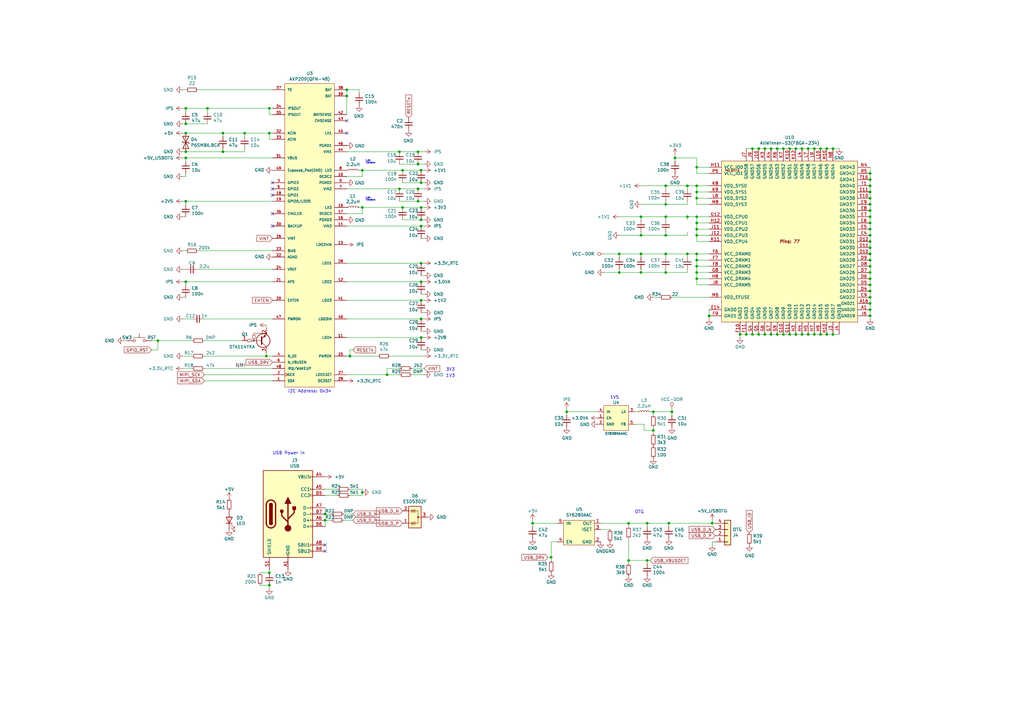
<source format=kicad_sch>
(kicad_sch (version 20230121) (generator eeschema)
  (paper "A3")
  (title_block (title "OtterCastAudioV2") (rev "1.0"))
  (junction (at 356.87 81.28))
  (junction (at 323.85 137.16))
  (junction (at 110.49 240.03))
  (junction (at 285.75 93.98))
  (junction (at 285.75 88.9))
  (junction (at 91.44 54.61))
  (junction (at 311.15 60.96))
  (junction (at 172.72 115.57))
  (junction (at 356.87 88.9))
  (junction (at 110.49 54.61))
  (junction (at 262.89 104.14))
  (junction (at 76.2 64.77))
  (junction (at 334.01 60.96))
  (junction (at 142.24 36.83))
  (junction (at 285.75 96.52))
  (junction (at 328.93 60.96))
  (junction (at 316.23 137.16))
  (junction (at 171.45 77.47))
  (junction (at 323.85 60.96))
  (junction (at 226.06 228.6))
  (junction (at 318.77 137.16))
  (junction (at 262.89 88.9))
  (junction (at 356.87 127))
  (junction (at 285.75 78.74))
  (junction (at 163.83 62.23))
  (junction (at 265.43 229.87))
  (junction (at 262.89 96.52))
  (junction (at 292.1 214.63))
  (junction (at 273.05 96.52))
  (junction (at 356.87 106.68))
  (junction (at 281.94 76.2))
  (junction (at 334.01 137.16))
  (junction (at 165.1 69.85))
  (junction (at 172.72 69.85))
  (junction (at 171.45 67.31))
  (junction (at 276.86 64.77))
  (junction (at 336.55 60.96))
  (junction (at 356.87 76.2))
  (junction (at 339.09 137.16))
  (junction (at 311.15 137.16))
  (junction (at 356.87 91.44))
  (junction (at 172.72 130.81))
  (junction (at 356.87 119.38))
  (junction (at 85.09 44.45))
  (junction (at 285.75 114.3))
  (junction (at 232.41 168.91))
  (junction (at 274.32 214.63))
  (junction (at 341.63 137.16))
  (junction (at 172.72 123.19))
  (junction (at 171.45 82.55))
  (junction (at 142.24 39.37))
  (junction (at 285.75 109.22))
  (junction (at 76.2 54.61))
  (junction (at 273.05 76.2))
  (junction (at 76.2 115.57))
  (junction (at 303.53 137.16))
  (junction (at 109.22 146.05))
  (junction (at 356.87 124.46))
  (junction (at 281.94 104.14))
  (junction (at 285.75 81.28))
  (junction (at 356.87 116.84))
  (junction (at 356.87 129.54))
  (junction (at 273.05 104.14))
  (junction (at 316.23 60.96))
  (junction (at 110.49 234.95))
  (junction (at 110.49 44.45))
  (junction (at 281.94 88.9))
  (junction (at 331.47 60.96))
  (junction (at 76.2 44.45))
  (junction (at 356.87 114.3))
  (junction (at 285.75 68.58))
  (junction (at 356.87 101.6))
  (junction (at 356.87 99.06))
  (junction (at 356.87 71.12))
  (junction (at 326.39 137.16))
  (junction (at 290.83 129.54))
  (junction (at 306.07 137.16))
  (junction (at 267.97 176.53))
  (junction (at 172.72 74.93))
  (junction (at 148.59 201.93))
  (junction (at 76.2 82.55))
  (junction (at 172.72 107.95))
  (junction (at 64.77 139.7))
  (junction (at 275.59 168.91))
  (junction (at 76.2 50.8))
  (junction (at 218.44 214.63))
  (junction (at 133.35 213.36))
  (junction (at 321.31 137.16))
  (junction (at 143.51 146.05))
  (junction (at 321.31 60.96))
  (junction (at 257.81 229.87))
  (junction (at 165.1 85.09))
  (junction (at 257.81 214.63))
  (junction (at 285.75 111.76))
  (junction (at 273.05 111.76))
  (junction (at 91.44 62.23))
  (junction (at 331.47 137.16))
  (junction (at 318.77 60.96))
  (junction (at 158.75 153.67))
  (junction (at 356.87 109.22))
  (junction (at 339.09 60.96))
  (junction (at 313.69 137.16))
  (junction (at 336.55 137.16))
  (junction (at 265.43 214.63))
  (junction (at 356.87 78.74))
  (junction (at 341.63 60.96))
  (junction (at 254 104.14))
  (junction (at 273.05 83.82))
  (junction (at 148.59 69.85))
  (junction (at 356.87 121.92))
  (junction (at 308.61 60.96))
  (junction (at 356.87 73.66))
  (junction (at 172.72 138.43))
  (junction (at 285.75 104.14))
  (junction (at 100.33 54.61))
  (junction (at 254 111.76))
  (junction (at 285.75 91.44))
  (junction (at 76.2 62.23))
  (junction (at 148.59 85.09))
  (junction (at 356.87 83.82))
  (junction (at 285.75 106.68))
  (junction (at 172.72 92.71))
  (junction (at 326.39 60.96))
  (junction (at 356.87 96.52))
  (junction (at 171.45 62.23))
  (junction (at 356.87 111.76))
  (junction (at 172.72 85.09))
  (junction (at 356.87 104.14))
  (junction (at 308.61 137.16))
  (junction (at 313.69 60.96))
  (junction (at 133.35 210.82))
  (junction (at 172.72 90.17))
  (junction (at 262.89 111.76))
  (junction (at 356.87 86.36))
  (junction (at 273.05 88.9))
  (junction (at 267.97 168.91))
  (junction (at 285.75 76.2))
  (junction (at 163.83 77.47))
  (junction (at 328.93 137.16))
  (junction (at 356.87 93.98))
  (no_connect (at 133.35 226.06))
  (no_connect (at 111.76 92.71))
  (no_connect (at 142.24 49.53))
  (no_connect (at 111.76 87.63))
  (no_connect (at 142.24 54.61))
  (no_connect (at 111.76 74.93))
  (no_connect (at 111.76 80.01))
  (no_connect (at 133.35 223.52))
  (no_connect (at 111.76 77.47))
  (wire (pts (xy 273.05 110.49) (xy 273.05 111.76)))
  (wire (pts (xy 336.55 60.96) (xy 339.09 60.96)))
  (wire (pts (xy 143.51 146.05) (xy 142.24 146.05)))
  (wire (pts (xy 285.75 71.12) (xy 290.83 71.12)))
  (wire (pts (xy 318.77 60.96) (xy 321.31 60.96)))
  (wire (pts (xy 173.99 135.89) (xy 172.72 135.89)))
  (wire (pts (xy 356.87 88.9) (xy 356.87 91.44)))
  (wire (pts (xy 83.82 146.05) (xy 109.22 146.05)))
  (wire (pts (xy 290.83 99.06) (xy 285.75 99.06)))
  (wire (pts (xy 76.2 44.45) (xy 85.09 44.45)))
  (wire (pts (xy 173.99 90.17) (xy 172.72 90.17)))
  (wire (pts (xy 276.86 63.5) (xy 276.86 64.77)))
  (wire (pts (xy 74.93 62.23) (xy 76.2 62.23)))
  (wire (pts (xy 78.74 139.7) (xy 64.77 139.7)))
  (wire (pts (xy 273.05 104.14) (xy 281.94 104.14)))
  (wire (pts (xy 74.93 110.49) (xy 76.2 110.49)))
  (wire (pts (xy 267.97 176.53) (xy 267.97 177.8)))
  (wire (pts (xy 318.77 137.16) (xy 316.23 137.16)))
  (wire (pts (xy 290.83 129.54) (xy 290.83 130.81)))
  (wire (pts (xy 292.1 214.63) (xy 274.32 214.63)))
  (wire (pts (xy 293.37 222.25) (xy 292.1 222.25)))
  (wire (pts (xy 172.72 115.57) (xy 173.99 115.57)))
  (wire (pts (xy 76.2 54.61) (xy 91.44 54.61)))
  (wire (pts (xy 91.44 60.96) (xy 91.44 62.23)))
  (wire (pts (xy 172.72 92.71) (xy 173.99 92.71)))
  (wire (pts (xy 247.65 104.14) (xy 254 104.14)))
  (wire (pts (xy 133.35 210.82) (xy 133.35 208.28)))
  (wire (pts (xy 83.82 156.21) (xy 111.76 156.21)))
  (wire (pts (xy 265.43 214.63) (xy 265.43 215.9)))
  (wire (pts (xy 91.44 54.61) (xy 100.33 54.61)))
  (wire (pts (xy 218.44 214.63) (xy 228.6 214.63)))
  (wire (pts (xy 356.87 106.68) (xy 356.87 109.22)))
  (wire (pts (xy 316.23 60.96) (xy 318.77 60.96)))
  (wire (pts (xy 91.44 62.23) (xy 76.2 62.23)))
  (wire (pts (xy 74.93 64.77) (xy 76.2 64.77)))
  (wire (pts (xy 285.75 83.82) (xy 290.83 83.82)))
  (wire (pts (xy 285.75 68.58) (xy 285.75 71.12)))
  (wire (pts (xy 171.45 62.23) (xy 173.99 62.23)))
  (wire (pts (xy 267.97 176.53) (xy 264.16 176.53)))
  (wire (pts (xy 254 88.9) (xy 262.89 88.9)))
  (wire (pts (xy 285.75 109.22) (xy 285.75 106.68)))
  (wire (pts (xy 148.59 87.63) (xy 148.59 85.09)))
  (wire (pts (xy 356.87 91.44) (xy 356.87 93.98)))
  (wire (pts (xy 76.2 54.61) (xy 74.93 54.61)))
  (wire (pts (xy 323.85 60.96) (xy 326.39 60.96)))
  (wire (pts (xy 148.59 201.93) (xy 148.59 203.2)))
  (wire (pts (xy 285.75 116.84) (xy 290.83 116.84)))
  (wire (pts (xy 356.87 68.58) (xy 356.87 71.12)))
  (wire (pts (xy 142.24 153.67) (xy 158.75 153.67)))
  (wire (pts (xy 173.99 74.93) (xy 172.72 74.93)))
  (wire (pts (xy 172.72 69.85) (xy 173.99 69.85)))
  (wire (pts (xy 144.78 210.82) (xy 140.97 210.82)))
  (wire (pts (xy 81.28 102.87) (xy 111.76 102.87)))
  (wire (pts (xy 109.22 144.78) (xy 109.22 146.05)))
  (wire (pts (xy 148.59 200.66) (xy 148.59 201.93)))
  (wire (pts (xy 85.09 45.72) (xy 85.09 44.45)))
  (wire (pts (xy 262.89 88.9) (xy 262.89 90.17)))
  (wire (pts (xy 356.87 76.2) (xy 356.87 78.74)))
  (wire (pts (xy 339.09 60.96) (xy 341.63 60.96)))
  (wire (pts (xy 341.63 137.16) (xy 344.17 137.16)))
  (wire (pts (xy 273.05 83.82) (xy 281.94 83.82)))
  (wire (pts (xy 262.89 110.49) (xy 262.89 111.76)))
  (wire (pts (xy 281.94 104.14) (xy 285.75 104.14)))
  (wire (pts (xy 274.32 214.63) (xy 274.32 215.9)))
  (wire (pts (xy 281.94 105.41) (xy 281.94 104.14)))
  (wire (pts (xy 265.43 229.87) (xy 266.7 229.87)))
  (wire (pts (xy 285.75 106.68) (xy 290.83 106.68)))
  (wire (pts (xy 262.89 88.9) (xy 273.05 88.9)))
  (wire (pts (xy 356.87 99.06) (xy 356.87 101.6)))
  (wire (pts (xy 281.94 88.9) (xy 285.75 88.9)))
  (wire (pts (xy 331.47 137.16) (xy 328.93 137.16)))
  (wire (pts (xy 172.72 74.93) (xy 165.1 74.93)))
  (wire (pts (xy 273.05 105.41) (xy 273.05 104.14)))
  (wire (pts (xy 232.41 168.91) (xy 245.11 168.91)))
  (wire (pts (xy 109.22 146.05) (xy 111.76 146.05)))
  (wire (pts (xy 254 110.49) (xy 254 111.76)))
  (wire (pts (xy 64.77 143.51) (xy 64.77 139.7)))
  (wire (pts (xy 163.83 82.55) (xy 171.45 82.55)))
  (wire (pts (xy 311.15 137.16) (xy 308.61 137.16)))
  (wire (pts (xy 356.87 81.28) (xy 356.87 83.82)))
  (wire (pts (xy 257.81 229.87) (xy 257.81 231.14)))
  (wire (pts (xy 142.24 39.37) (xy 142.24 46.99)))
  (wire (pts (xy 254 111.76) (xy 262.89 111.76)))
  (wire (pts (xy 76.2 82.55) (xy 111.76 82.55)))
  (wire (pts (xy 74.93 102.87) (xy 76.2 102.87)))
  (wire (pts (xy 262.89 95.25) (xy 262.89 96.52)))
  (wire (pts (xy 290.83 127) (xy 290.83 129.54)))
  (wire (pts (xy 323.85 137.16) (xy 321.31 137.16)))
  (wire (pts (xy 290.83 81.28) (xy 285.75 81.28)))
  (wire (pts (xy 292.1 214.63) (xy 292.1 213.36)))
  (wire (pts (xy 281.94 90.17) (xy 281.94 88.9)))
  (wire (pts (xy 306.07 60.96) (xy 308.61 60.96)))
  (wire (pts (xy 266.7 168.91) (xy 267.97 168.91)))
  (wire (pts (xy 285.75 106.68) (xy 285.75 104.14)))
  (wire (pts (xy 76.2 66.04) (xy 76.2 64.77)))
  (wire (pts (xy 165.1 85.09) (xy 172.72 85.09)))
  (wire (pts (xy 262.89 111.76) (xy 273.05 111.76)))
  (wire (pts (xy 356.87 111.76) (xy 356.87 114.3)))
  (wire (pts (xy 142.24 123.19) (xy 172.72 123.19)))
  (wire (pts (xy 334.01 137.16) (xy 331.47 137.16)))
  (wire (pts (xy 247.65 111.76) (xy 254 111.76)))
  (wire (pts (xy 264.16 176.53) (xy 264.16 173.99)))
  (wire (pts (xy 285.75 111.76) (xy 290.83 111.76)))
  (wire (pts (xy 273.05 90.17) (xy 273.05 88.9)))
  (wire (pts (xy 160.02 146.05) (xy 173.99 146.05)))
  (wire (pts (xy 267.97 121.92) (xy 270.51 121.92)))
  (wire (pts (xy 285.75 93.98) (xy 285.75 91.44)))
  (wire (pts (xy 285.75 111.76) (xy 285.75 109.22)))
  (wire (pts (xy 356.87 78.74) (xy 356.87 81.28)))
  (wire (pts (xy 172.72 138.43) (xy 173.99 138.43)))
  (wire (pts (xy 321.31 137.16) (xy 318.77 137.16)))
  (wire (pts (xy 50.8 139.7) (xy 52.07 139.7)))
  (wire (pts (xy 111.76 44.45) (xy 110.49 44.45)))
  (wire (pts (xy 74.93 72.39) (xy 76.2 72.39)))
  (wire (pts (xy 133.35 210.82) (xy 135.89 210.82)))
  (wire (pts (xy 262.89 104.14) (xy 273.05 104.14)))
  (wire (pts (xy 275.59 168.91) (xy 275.59 167.64)))
  (wire (pts (xy 275.59 170.18) (xy 275.59 168.91)))
  (wire (pts (xy 74.93 151.13) (xy 78.74 151.13)))
  (wire (pts (xy 148.59 69.85) (xy 165.1 69.85)))
  (wire (pts (xy 290.83 109.22) (xy 285.75 109.22)))
  (wire (pts (xy 64.77 139.7) (xy 62.23 139.7)))
  (wire (pts (xy 356.87 93.98) (xy 356.87 96.52)))
  (wire (pts (xy 148.59 203.2) (xy 143.51 203.2)))
  (wire (pts (xy 142.24 72.39) (xy 148.59 72.39)))
  (wire (pts (xy 74.93 82.55) (xy 76.2 82.55)))
  (wire (pts (xy 308.61 60.96) (xy 311.15 60.96)))
  (wire (pts (xy 171.45 67.31) (xy 173.99 67.31)))
  (wire (pts (xy 254 104.14) (xy 262.89 104.14)))
  (wire (pts (xy 356.87 109.22) (xy 356.87 111.76)))
  (wire (pts (xy 76.2 116.84) (xy 76.2 115.57)))
  (wire (pts (xy 356.87 86.36) (xy 356.87 88.9)))
  (wire (pts (xy 285.75 114.3) (xy 285.75 111.76)))
  (wire (pts (xy 142.24 115.57) (xy 172.72 115.57)))
  (wire (pts (xy 308.61 137.16) (xy 306.07 137.16)))
  (wire (pts (xy 168.91 153.67) (xy 173.99 153.67)))
  (wire (pts (xy 83.82 139.7) (xy 99.06 139.7)))
  (wire (pts (xy 172.72 130.81) (xy 173.99 130.81)))
  (wire (pts (xy 140.97 213.36) (xy 144.78 213.36)))
  (wire (pts (xy 172.72 85.09) (xy 173.99 85.09)))
  (wire (pts (xy 74.93 146.05) (xy 78.74 146.05)))
  (wire (pts (xy 267.97 175.26) (xy 267.97 176.53)))
  (wire (pts (xy 334.01 60.96) (xy 336.55 60.96)))
  (wire (pts (xy 273.05 77.47) (xy 273.05 76.2)))
  (wire (pts (xy 74.93 130.81) (xy 78.74 130.81)))
  (wire (pts (xy 293.37 214.63) (xy 292.1 214.63)))
  (wire (pts (xy 83.82 151.13) (xy 111.76 151.13)))
  (wire (pts (xy 172.72 90.17) (xy 165.1 90.17)))
  (wire (pts (xy 110.49 46.99) (xy 110.49 44.45)))
  (wire (pts (xy 257.81 229.87) (xy 265.43 229.87)))
  (wire (pts (xy 356.87 119.38) (xy 356.87 121.92)))
  (wire (pts (xy 226.06 228.6) (xy 226.06 229.87)))
  (wire (pts (xy 74.93 36.83) (xy 76.2 36.83)))
  (wire (pts (xy 148.59 69.85) (xy 147.32 69.85)))
  (wire (pts (xy 336.55 137.16) (xy 334.01 137.16)))
  (wire (pts (xy 142.24 77.47) (xy 163.83 77.47)))
  (wire (pts (xy 163.83 77.47) (xy 171.45 77.47)))
  (wire (pts (xy 276.86 64.77) (xy 285.75 64.77)))
  (wire (pts (xy 273.05 111.76) (xy 281.94 111.76)))
  (wire (pts (xy 328.93 60.96) (xy 331.47 60.96)))
  (wire (pts (xy 261.62 168.91) (xy 260.35 168.91)))
  (wire (pts (xy 228.6 222.25) (xy 226.06 222.25)))
  (wire (pts (xy 273.05 96.52) (xy 281.94 96.52)))
  (wire (pts (xy 158.75 151.13) (xy 158.75 153.67)))
  (wire (pts (xy 133.35 215.9) (xy 133.35 213.36)))
  (wire (pts (xy 356.87 116.84) (xy 356.87 119.38)))
  (wire (pts (xy 218.44 213.36) (xy 218.44 214.63)))
  (wire (pts (xy 168.91 151.13) (xy 173.99 151.13)))
  (wire (pts (xy 273.05 88.9) (xy 281.94 88.9)))
  (wire (pts (xy 356.87 101.6) (xy 356.87 104.14)))
  (wire (pts (xy 171.45 82.55) (xy 173.99 82.55)))
  (wire (pts (xy 356.87 83.82) (xy 356.87 86.36)))
  (wire (pts (xy 341.63 60.96) (xy 344.17 60.96)))
  (wire (pts (xy 85.09 44.45) (xy 110.49 44.45)))
  (wire (pts (xy 262.89 83.82) (xy 273.05 83.82)))
  (wire (pts (xy 281.94 95.25) (xy 281.94 96.52)))
  (wire (pts (xy 142.24 36.83) (xy 147.32 36.83)))
  (wire (pts (xy 254 96.52) (xy 262.89 96.52)))
  (wire (pts (xy 290.83 76.2) (xy 285.75 76.2)))
  (wire (pts (xy 356.87 127) (xy 356.87 129.54)))
  (wire (pts (xy 110.49 233.68) (xy 110.49 234.95)))
  (wire (pts (xy 281.94 82.55) (xy 281.94 83.82)))
  (wire (pts (xy 100.33 62.23) (xy 91.44 62.23)))
  (wire (pts (xy 285.75 99.06) (xy 285.75 96.52)))
  (wire (pts (xy 142.24 36.83) (xy 142.24 39.37)))
  (wire (pts (xy 313.69 60.96) (xy 316.23 60.96)))
  (wire (pts (xy 100.33 54.61) (xy 110.49 54.61)))
  (wire (pts (xy 173.99 97.79) (xy 172.72 97.79)))
  (wire (pts (xy 311.15 60.96) (xy 313.69 60.96)))
  (wire (pts (xy 110.49 57.15) (xy 110.49 54.61)))
  (wire (pts (xy 142.24 87.63) (xy 148.59 87.63)))
  (wire (pts (xy 110.49 234.95) (xy 106.68 234.95)))
  (wire (pts (xy 326.39 137.16) (xy 323.85 137.16)))
  (wire (pts (xy 148.59 85.09) (xy 147.32 85.09)))
  (wire (pts (xy 83.82 153.67) (xy 111.76 153.67)))
  (wire (pts (xy 341.63 137.16) (xy 339.09 137.16)))
  (wire (pts (xy 281.94 76.2) (xy 285.75 76.2)))
  (wire (pts (xy 246.38 214.63) (xy 257.81 214.63)))
  (wire (pts (xy 100.33 55.88) (xy 100.33 54.61)))
  (wire (pts (xy 110.49 241.3) (xy 110.49 240.03)))
  (wire (pts (xy 285.75 68.58) (xy 290.83 68.58)))
  (wire (pts (xy 143.51 200.66) (xy 148.59 200.66)))
  (wire (pts (xy 76.2 50.8) (xy 85.09 50.8)))
  (wire (pts (xy 224.79 228.6) (xy 226.06 228.6)))
  (wire (pts (xy 264.16 173.99) (xy 260.35 173.99)))
  (wire (pts (xy 257.81 214.63) (xy 265.43 214.63)))
  (wire (pts (xy 148.59 85.09) (xy 165.1 85.09)))
  (wire (pts (xy 142.24 107.95) (xy 172.72 107.95)))
  (wire (pts (xy 285.75 64.77) (xy 285.75 68.58)))
  (wire (pts (xy 285.75 96.52) (xy 290.83 96.52)))
  (wire (pts (xy 74.93 121.92) (xy 76.2 121.92)))
  (wire (pts (xy 81.28 36.83) (xy 111.76 36.83)))
  (wire (pts (xy 328.93 137.16) (xy 326.39 137.16)))
  (wire (pts (xy 285.75 116.84) (xy 285.75 114.3)))
  (wire (pts (xy 163.83 151.13) (xy 158.75 151.13)))
  (wire (pts (xy 356.87 121.92) (xy 356.87 124.46)))
  (wire (pts (xy 163.83 67.31) (xy 171.45 67.31)))
  (wire (pts (xy 148.59 72.39) (xy 148.59 69.85)))
  (wire (pts (xy 285.75 88.9) (xy 285.75 91.44)))
  (wire (pts (xy 142.24 62.23) (xy 163.83 62.23)))
  (wire (pts (xy 111.76 57.15) (xy 110.49 57.15)))
  (wire (pts (xy 273.05 76.2) (xy 281.94 76.2)))
  (wire (pts (xy 109.22 133.35) (xy 109.22 134.62)))
  (wire (pts (xy 81.28 110.49) (xy 111.76 110.49)))
  (wire (pts (xy 339.09 137.16) (xy 336.55 137.16)))
  (wire (pts (xy 285.75 91.44) (xy 290.83 91.44)))
  (wire (pts (xy 110.49 54.61) (xy 111.76 54.61)))
  (wire (pts (xy 76.2 44.45) (xy 74.93 44.45)))
  (wire (pts (xy 276.86 66.04) (xy 276.86 64.77)))
  (wire (pts (xy 321.31 60.96) (xy 323.85 60.96)))
  (wire (pts (xy 290.83 114.3) (xy 285.75 114.3)))
  (wire (pts (xy 257.81 214.63) (xy 257.81 215.9)))
  (wire (pts (xy 62.23 143.51) (xy 64.77 143.51)))
  (wire (pts (xy 142.24 138.43) (xy 172.72 138.43)))
  (wire (pts (xy 171.45 77.47) (xy 173.99 77.47)))
  (wire (pts (xy 76.2 83.82) (xy 76.2 82.55)))
  (wire (pts (xy 285.75 93.98) (xy 285.75 96.52)))
  (wire (pts (xy 218.44 215.9) (xy 218.44 214.63)))
  (wire (pts (xy 356.87 124.46) (xy 356.87 127)))
  (wire (pts (xy 226.06 222.25) (xy 226.06 228.6)))
  (wire (pts (xy 285.75 81.28) (xy 285.75 83.82)))
  (wire (pts (xy 285.75 104.14) (xy 290.83 104.14)))
  (wire (pts (xy 285.75 78.74) (xy 285.75 81.28)))
  (wire (pts (xy 173.99 113.03) (xy 172.72 113.03)))
  (wire (pts (xy 316.23 137.16) (xy 313.69 137.16)))
  (wire (pts (xy 138.43 203.2) (xy 133.35 203.2)))
  (wire (pts (xy 281.94 77.47) (xy 281.94 76.2)))
  (wire (pts (xy 147.32 36.83) (xy 147.32 38.1)))
  (wire (pts (xy 91.44 55.88) (xy 91.44 54.61)))
  (wire (pts (xy 254 105.41) (xy 254 104.14)))
  (wire (pts (xy 76.2 45.72) (xy 76.2 44.45)))
  (wire (pts (xy 290.83 93.98) (xy 285.75 93.98)))
  (wire (pts (xy 232.41 167.64) (xy 232.41 168.91)))
  (wire (pts (xy 273.05 95.25) (xy 273.05 96.52)))
  (wire (pts (xy 135.89 213.36) (xy 133.35 213.36)))
  (wire (pts (xy 356.87 129.54) (xy 356.87 130.81)))
  (wire (pts (xy 267.97 168.91) (xy 275.59 168.91)))
  (wire (pts (xy 163.83 153.67) (xy 158.75 153.67)))
  (wire (pts (xy 100.33 60.96) (xy 100.33 62.23)))
  (wire (pts (xy 172.72 107.95) (xy 173.99 107.95)))
  (wire (pts (xy 154.94 146.05) (xy 143.51 146.05)))
  (wire (pts (xy 76.2 64.77) (xy 111.76 64.77)))
  (wire (pts (xy 292.1 222.25) (xy 292.1 223.52)))
  (wire (pts (xy 262.89 105.41) (xy 262.89 104.14)))
  (wire (pts (xy 173.99 120.65) (xy 172.72 120.65)))
  (wire (pts (xy 74.93 50.8) (xy 76.2 50.8)))
  (wire (pts (xy 262.89 76.2) (xy 273.05 76.2)))
  (wire (pts (xy 106.68 240.03) (xy 110.49 240.03)))
  (wire (pts (xy 326.39 60.96) (xy 328.93 60.96)))
  (wire (pts (xy 265.43 214.63) (xy 274.32 214.63)))
  (wire (pts (xy 172.72 123.19) (xy 173.99 123.19)))
  (wire (pts (xy 76.2 115.57) (xy 111.76 115.57)))
  (wire (pts (xy 133.35 200.66) (xy 138.43 200.66)))
  (wire (pts (xy 273.05 82.55) (xy 273.05 83.82)))
  (wire (pts (xy 262.89 96.52) (xy 273.05 96.52)))
  (wire (pts (xy 173.99 128.27) (xy 172.72 128.27)))
  (wire (pts (xy 142.24 92.71) (xy 172.72 92.71)))
  (wire (pts (xy 265.43 229.87) (xy 265.43 231.14)))
  (wire (pts (xy 356.87 104.14) (xy 356.87 106.68)))
  (wire (pts (xy 331.47 60.96) (xy 334.01 60.96)))
  (wire (pts (xy 356.87 114.3) (xy 356.87 116.84)))
  (wire (pts (xy 165.1 69.85) (xy 172.72 69.85)))
  (wire (pts (xy 281.94 110.49) (xy 281.94 111.76)))
  (wire (pts (xy 290.83 78.74) (xy 285.75 78.74)))
  (wire (pts (xy 74.93 88.9) (xy 76.2 88.9)))
  (wire (pts (xy 143.51 143.51) (xy 143.51 146.05)))
  (wire (pts (xy 142.24 130.81) (xy 172.72 130.81)))
  (wire (pts (xy 306.07 137.16) (xy 303.53 137.16)))
  (wire (pts (xy 76.2 72.39) (xy 76.2 71.12)))
  (wire (pts (xy 111.76 46.99) (xy 110.49 46.99)))
  (wire (pts (xy 356.87 73.66) (xy 356.87 76.2)))
  (wire (pts (xy 163.83 62.23) (xy 171.45 62.23)))
  (wire (pts (xy 232.41 168.91) (xy 232.41 170.18)))
  (wire (pts (xy 356.87 96.52) (xy 356.87 99.06)))
  (wire (pts (xy 303.53 138.43) (xy 303.53 137.16)))
  (wire (pts (xy 74.93 115.57) (xy 76.2 115.57)))
  (wire (pts (xy 313.69 137.16) (xy 311.15 137.16)))
  (wire (pts (xy 356.87 71.12) (xy 356.87 73.66)))
  (wire (pts (xy 285.75 88.9) (xy 290.83 88.9)))
  (wire (pts (xy 83.82 130.81) (xy 111.76 130.81)))
  (wire (pts (xy 275.59 121.92) (xy 290.83 121.92)))
  (wire (pts (xy 257.81 220.98) (xy 257.81 229.87)))
  (wire (pts (xy 144.78 143.51) (xy 143.51 143.51)))
  (wire (pts (xy 285.75 76.2) (xy 285.75 78.74)))
  (wire (pts (xy 173.99 143.51) (xy 172.72 143.51)))
  (wire (pts (xy 267.97 168.91) (xy 267.97 170.18)))
  (wire (pts (xy 250.19 217.17) (xy 246.38 217.17)))
  (text "1.5A\n72mOhm\n" (at 149.86 67.31 0) (effects (font (size 0.6096 0.6096)) (justify left bottom)))
  (text "1.5A\n72mOhm\n" (at 149.86 82.55 0) (effects (font (size 0.6096 0.6096)) (justify left bottom)))
  (text "1V3\n" (at 182.88 154.94 0) (effects (font (size 1.27 1.27)) (justify left bottom)))
  (text "USB Power in" (at 111.76 186.69 0) (effects (font (size 1.27 1.27)) (justify left bottom)))
  (text "OTG\n" (at 260.35 210.82 0) (effects (font (size 1.27 1.27)) (justify left bottom)))
  (text "1V5\n" (at 250.19 163.83 0) (effects (font (size 1.27 1.27)) (justify left bottom)))
  (text "I2C Address: 0x34" (at 118.11 161.29 0) (effects (font (size 1.27 1.27)) (justify left bottom)))
  (text "3V3\n" (at 182.88 152.4 0) (effects (font (size 1.27 1.27)) (justify left bottom)))
  (label "NMI" (at 96.52 151.13 0) (effects (font (size 1.524 1.524))))
  (global_label "USB_D_P" (shape input) (at 165.1 214.63 180) (property "Intersheetrefs" "${INTERSHEET_REFS}" (effects hide)))
  (global_label "EXTEN" (shape input) (at 111.76 123.19 180) (property "Intersheetrefs" "${INTERSHEET_REFS}" (effects hide)))
  (global_label "GPIO_RST" (shape input) (at 62.23 143.51 180) (property "Intersheetrefs" "${INTERSHEET_REFS}" (effects hide)))
  (global_label "USB_ID" (shape input) (at 307.34 218.44 90) (property "Intersheetrefs" "${INTERSHEET_REFS}" (effects hide)))
  (global_label "USB_D_P" (shape input) (at 144.78 213.36 0) (property "Intersheetrefs" "${INTERSHEET_REFS}" (effects hide)))
  (global_label "RESETn" (shape input) (at 167.64 48.26 90) (property "Intersheetrefs" "${INTERSHEET_REFS}" (effects hide)))
  (global_label "USB_D_N" (shape input) (at 293.37 217.17 180) (property "Intersheetrefs" "${INTERSHEET_REFS}" (effects hide)))
  (global_label "RESETn" (shape input) (at 144.78 143.51 0) (property "Intersheetrefs" "${INTERSHEET_REFS}" (effects hide)))
  (global_label "USB_D_N" (shape input) (at 165.1 209.55 180) (property "Intersheetrefs" "${INTERSHEET_REFS}" (effects hide)))
  (global_label "USB_DRV" (shape input) (at 224.79 228.6 180) (property "Intersheetrefs" "${INTERSHEET_REFS}" (effects hide)))
  (global_label "USB_D_P" (shape input) (at 293.37 219.71 180) (property "Intersheetrefs" "${INTERSHEET_REFS}" (effects hide)))
  (global_label "VINT" (shape input) (at 111.76 97.79 180) (property "Intersheetrefs" "${INTERSHEET_REFS}" (effects hide)))
  (global_label "USB_D_N" (shape input) (at 144.78 210.82 0) (property "Intersheetrefs" "${INTERSHEET_REFS}" (effects hide)))
  (global_label "MIPI_SDA" (shape input) (at 83.82 156.21 180) (property "Intersheetrefs" "${INTERSHEET_REFS}" (effects hide)))
  (global_label "USB_DRV" (shape input) (at 111.76 148.59 180) (property "Intersheetrefs" "${INTERSHEET_REFS}" (effects hide)))
  (global_label "USB_VBUSDET" (shape input) (at 266.7 229.87 0) (property "Intersheetrefs" "${INTERSHEET_REFS}" (effects hide)))
  (global_label "MIPI_SCK" (shape input) (at 83.82 153.67 180) (property "Intersheetrefs" "${INTERSHEET_REFS}" (effects hide)))
  (global_label "VINT" (shape input) (at 173.99 151.13 0) (property "Intersheetrefs" "${INTERSHEET_REFS}" (effects hide)))
  (symbol (lib_id "power:+5V") (at 133.35 195.58 270) (unit 1)
    (property "Reference" "#PWR0199" (effects hide))
    (property "Value" "+5V" (at 137.16 195.58 90) (effects (justify left)))
  )
  (symbol (lib_id "power:+5V") (at 74.93 54.61 90) (unit 1)
    (property "Reference" "#PWR0200" (effects hide))
    (property "Value" "+5V" (at 71.12 54.61 90) (effects (justify left)))
  )
  (symbol (lib_id "power:+5V") (at 93.98 204.47 0) (unit 1)
    (property "Reference" "#PWR0201" (effects hide))
    (property "Value" "+5V" (at 93.98 200.66 0))
  )
  (symbol (lib_id "Device:R_Small") (at 93.98 207.01 180) (unit 1)
    (property "Reference" "R14" (at 92.4814 205.8416 0) (effects (justify left)))
    (property "Value" "5k1" (at 92.4814 208.153 0) (effects (justify left)))
    (property "Footprint" "otter:R_0402" (effects hide))
  )
  (symbol (lib_id "power:GND") (at 93.98 217.17 0) (mirror y) (unit 1)
    (property "Reference" "#PWR0202" (effects hide))
    (property "Value" "GND" (at 93.98 220.98 0))
  )
  (symbol (lib_id "Device:LED") (at 93.98 213.36 90) (unit 1)
    (property "Reference" "D3" (at 96.9518 212.3694 90) (effects (justify right)))
    (property "Value" "LED" (at 96.9518 214.6808 90) (effects (justify right)))
    (property "Footprint" "LED_SMD:LED_0603_1608Metric_Castellated" (effects hide))
  )
  (symbol (lib_id "Power_Protection:SP0502BAHT") (at 170.18 212.09 90) (unit 1)
    (property "Reference" "D6" (at 170.18 203.4032 90))
    (property "Value" "ESD5302F" (at 170.18 205.7146 90))
    (property "Footprint" "Package_TO_SOT_SMD:SOT-23" (effects hide))
    (property "Datasheet" "http://www.littelfuse.com/~/media/files/littelfuse/technical%20resources/documents/data%20sheets/sp05xxba.pdf" (effects hide))
    (property "LCSC" "C239643" (effects hide))
  )
  (symbol (lib_id "Device:R_Small") (at 138.43 210.82 90) (unit 1)
    (property "Reference" "R22" (at 133.35 209.55 90) (effects (justify right)))
    (property "Value" "DNP" (at 140.97 209.55 90) (effects (justify right)))
    (property "Footprint" "otter:R_0402" (effects hide))
  )
  (symbol (lib_id "Device:R_Small") (at 138.43 213.36 90) (unit 1)
    (property "Reference" "R23" (at 133.35 212.09 90) (effects (justify right)))
    (property "Value" "DNP" (at 140.97 212.09 90) (effects (justify right)))
    (property "Footprint" "otter:R_0402" (effects hide))
  )
  (symbol (lib_id "Switch:SW_Push") (at 57.15 139.7 0) (unit 1)
    (property "Reference" "SW3" (at 52.07 138.43 0))
    (property "Value" "RST" (at 62.23 138.43 0))
    (property "Footprint" "otter:SW_SPST_PTS810" (effects hide))
  )
  (symbol (lib_id "power:GND") (at 50.8 139.7 270) (mirror x) (unit 1)
    (property "Reference" "#PWR0134" (effects hide))
    (property "Value" "GND" (at 46.99 139.7 90) (effects (justify right)))
  )
  (symbol (lib_id "otter:+3V3_RTC") (at 142.24 156.21 270) (unit 1)
    (property "Reference" "#PWR0221" (effects hide))
    (property "Value" "+3V3_RTC" (at 146.05 156.21 90) (effects (justify left)))
  )
  (symbol (lib_id "otter:GND") (at 175.26 212.09 90) (unit 1)
    (property "Reference" "#PWR0115" (effects hide))
    (property "Value" "GND" (at 179.07 212.09 90) (effects (justify right)))
  )
  (symbol (lib_id "Device:C_Small") (at 167.64 50.8 0) (unit 1)
    (property "Reference" "C2" (at 165.3032 49.6316 0) (effects (justify right)))
    (property "Value" "470n" (at 165.3032 51.943 0) (effects (justify right)))
    (property "Footprint" "otter:C_0402" (effects hide))
  )
  (symbol (lib_id "power:+3V3") (at 173.99 85.09 270) (unit 1)
    (property "Reference" "#PWR?" (effects hide))
    (property "Value" "+3V3" (at 177.8 85.09 90) (effects (justify left)))
  )
  (symbol (lib_id "power:GND") (at 167.64 53.34 0) (mirror y) (unit 1)
    (property "Reference" "#PWR0112" (effects hide))
    (property "Value" "GND" (at 167.513 57.7342 0))
  )
  (symbol (lib_id "power:+3V3") (at 276.86 63.5 0) (unit 1)
    (property "Reference" "#PWR?" (effects hide))
    (property "Value" "+3V3" (at 276.86 59.69 0))
  )
  (symbol (lib_id "power:+2V8") (at 173.99 138.43 270) (unit 1)
    (property "Reference" "#PWR?" (effects hide))
    (property "Value" "+2V8" (at 177.8 138.43 90) (effects (justify left)))
  )
  (symbol (lib_id "power:+1V2") (at 173.99 123.19 270) (unit 1)
    (property "Reference" "#PWR?" (effects hide))
    (property "Value" "+1V2" (at 177.8 123.19 90) (effects (justify left)))
  )
  (symbol (lib_id "otter:IPS") (at 173.99 130.81 270) (unit 1)
    (property "Reference" "#PWR?" (effects hide))
    (property "Value" "IPS" (at 177.8 130.81 90) (effects (justify left)))
  )
  (symbol (lib_id "otter:IPS") (at 173.99 62.23 270) (unit 1)
    (property "Reference" "#PWR?" (effects hide))
    (property "Value" "IPS" (at 177.8 62.23 90) (effects (justify left)))
  )
  (symbol (lib_id "otter:IPS") (at 173.99 92.71 270) (unit 1)
    (property "Reference" "#PWR?" (effects hide))
    (property "Value" "IPS" (at 177.8 92.71 90) (effects (justify left)))
  )
  (symbol (lib_id "otter:IPS") (at 74.93 115.57 90) (unit 1)
    (property "Reference" "#PWR?" (effects hide))
    (property "Value" "IPS" (at 71.12 115.57 90) (effects (justify left)))
  )
  (symbol (lib_id "Device:R_Small") (at 81.28 139.7 270) (unit 1)
    (property "Reference" "R6" (at 77.47 138.43 90))
    (property "Value" "DNP" (at 86.36 138.43 90))
    (property "Footprint" "otter:R_0402" (effects hide))
  )
  (symbol (lib_id "otter:IPS") (at 142.24 100.33 270) (unit 1)
    (property "Reference" "#PWR?" (effects hide))
    (property "Value" "IPS" (at 146.05 100.33 90) (effects (justify left)))
  )
  (symbol (lib_id "otter:IPS") (at 74.93 44.45 90) (unit 1)
    (property "Reference" "#PWR?" (effects hide))
    (property "Value" "IPS" (at 71.12 44.45 90) (effects (justify left)))
  )
  (symbol (lib_id "otter:IPS") (at 109.22 133.35 90) (unit 1)
    (property "Reference" "#PWR?" (effects hide))
    (property "Value" "IPS" (at 105.41 133.35 90) (effects (justify left)))
  )
  (symbol (lib_id "otter:IPS") (at 232.41 167.64 0) (unit 1)
    (property "Reference" "#PWR?" (effects hide))
    (property "Value" "IPS" (at 232.41 163.83 0))
  )
  (symbol (lib_id "otter:IPS") (at 173.99 77.47 270) (unit 1)
    (property "Reference" "#PWR?" (effects hide))
    (property "Value" "IPS" (at 177.8 77.47 90) (effects (justify left)))
  )
  (symbol (lib_id "power:+1V1") (at 173.99 69.85 270) (unit 1)
    (property "Reference" "#PWR?" (effects hide))
    (property "Value" "+1V1" (at 177.8 69.85 90) (effects (justify left)))
  )
  (symbol (lib_id "power:+1V1") (at 254 88.9 90) (unit 1)
    (property "Reference" "#PWR?" (effects hide))
    (property "Value" "+1V1" (at 250.19 88.9 90) (effects (justify left)))
  )
  (symbol (lib_id "power:+1V1") (at 262.89 76.2 90) (unit 1)
    (property "Reference" "#PWR?" (effects hide))
    (property "Value" "+1V1" (at 259.08 76.2 90) (effects (justify left)))
  )
  (symbol (lib_id "otter:+3.0VA") (at 173.99 115.57 270) (unit 1)
    (property "Reference" "#PWR?" (effects hide))
    (property "Value" "+3.0VA" (at 177.8 115.57 90) (effects (justify left)))
  )
  (symbol (lib_id "otter:+3.0VA") (at 245.11 171.45 90) (unit 1)
    (property "Reference" "#PWR?" (effects hide))
    (property "Value" "+3.0VA" (at 241.3 171.45 90) (effects (justify left)))
  )
  (symbol (lib_id "otter:+5V_USBOTG") (at 74.93 64.77 90) (unit 1)
    (property "Reference" "#PWR0118" (effects hide))
    (property "Value" "+5V_USBOTG" (at 71.12 64.77 90) (effects (justify left)))
  )
  (symbol (lib_id "power:GND") (at 173.99 153.67 90) (mirror x) (unit 1)
    (property "Reference" "#PWR0119" (effects hide))
    (property "Value" "GND" (at 177.8 153.67 90) (effects (justify right)))
  )
  (symbol (lib_id "power:GND") (at 142.24 90.17 90) (mirror x) (unit 1)
    (property "Reference" "#PWR0121" (effects hide))
    (property "Value" "GND" (at 145.4912 90.297 90) (effects (justify right)))
  )
  (symbol (lib_id "otter:+3V3_RTC") (at 74.93 151.13 90) (unit 1)
    (property "Reference" "#PWR0124" (effects hide))
    (property "Value" "+3V3_RTC" (at 71.12 151.13 90) (effects (justify left)))
  )
  (symbol (lib_id "power:GND") (at 245.11 173.99 270) (unit 1)
    (property "Reference" "#PWR0126" (effects hide))
    (property "Value" "GND" (at 241.8588 174.117 90) (effects (justify right)))
  )
  (symbol (lib_id "otter:SY8009AAAC(SOT23-5)") (at 252.73 171.45 0) (unit 1)
    (property "Reference" "U4" (at 252.73 165.1 0))
    (property "Value" "SY8089AAAC" (at 252.73 177.8 0) (effects (font (size 0.9906 0.9906))))
    (property "Footprint" "Package_TO_SOT_SMD:SOT-23-5" (effects hide))
    (property "Fieldname 1" "Value 1" (effects hide))
    (property "Fieldname2" "Value2" (effects hide))
    (property "Fieldname3" "Value3" (effects hide))
  )
  (symbol (lib_id "otter:VCC-DDR") (at 275.59 167.64 0) (unit 1)
    (property "Reference" "#PWR0127" (effects hide))
    (property "Value" "VCC-DDR" (at 275.59 163.83 0))
  )
  (symbol (lib_id "Device:C_Small") (at 147.32 40.64 0) (unit 1)
    (property "Reference" "C15" (at 149.6568 39.4716 0) (effects (justify left)))
    (property "Value" "100n" (at 149.6568 41.783 0) (effects (justify left)))
    (property "Footprint" "otter:C_0402" (effects hide))
  )
  (symbol (lib_id "power:GND") (at 147.32 43.18 0) (mirror y) (unit 1)
    (property "Reference" "#PWR0122" (effects hide))
    (property "Value" "GND" (at 147.193 47.5742 0))
  )
  (symbol (lib_id "Device:L_Small") (at 144.78 85.09 90) (unit 1)
    (property "Reference" "L1" (at 144.78 80.391 90))
    (property "Value" "2.2uH" (at 144.78 82.7024 90))
    (property "Footprint" "Inductor_SMD:L_Taiyo-Yuden_MD-3030" (effects hide))
    (property "LCSC" "C167747" (effects hide))
  )
  (symbol (lib_id "Device:L_Small") (at 264.16 168.91 90) (unit 1)
    (property "Reference" "L3" (at 264.16 164.211 90))
    (property "Value" "2.2uH" (at 264.16 166.5224 90))
    (property "Footprint" "Inductor_SMD:L_Taiyo-Yuden_MD-3030" (effects hide))
    (property "LCSC" "C167747" (effects hide))
  )
  (symbol (lib_id "power:GND") (at 303.53 138.43 0) (mirror y) (unit 1)
    (property "Reference" "#PWR0129" (effects hide))
    (property "Value" "GND" (at 303.53 142.24 0))
  )
  (symbol (lib_id "power:GND") (at 344.17 60.96 0) (mirror y) (unit 1)
    (property "Reference" "#PWR0130" (effects hide))
    (property "Value" "GND" (at 344.17 64.77 0))
  )
  (symbol (lib_id "power:GND") (at 356.87 130.81 0) (mirror y) (unit 1)
    (property "Reference" "#PWR0131" (effects hide))
    (property "Value" "GND" (at 356.87 134.62 0))
  )
  (symbol (lib_id "otter:VCC-DDR") (at 247.65 104.14 90) (unit 1)
    (property "Reference" "#PWR0133" (effects hide))
    (property "Value" "VCC-DDR" (at 243.84 104.14 90) (effects (justify left)))
  )
  (symbol (lib_id "power:GND") (at 267.97 121.92 270) (mirror x) (unit 1)
    (property "Reference" "#PWR0135" (effects hide))
    (property "Value" "GND" (at 264.16 121.92 90) (effects (justify right)))
  )
  (symbol (lib_id "power:GND") (at 290.83 130.81 0) (mirror y) (unit 1)
    (property "Reference" "#PWR0136" (effects hide))
    (property "Value" "GND" (at 290.83 134.62 0))
  )
  (symbol (lib_id "Device:C_Small") (at 165.1 87.63 0) (unit 1)
    (property "Reference" "C21" (at 162.7632 86.4616 0) (effects (justify right)))
    (property "Value" "100n" (at 162.7632 88.773 0) (effects (justify right)))
    (property "Footprint" "otter:C_0402" (effects hide))
  )
  (symbol (lib_id "Device:C_Small") (at 165.1 72.39 0) (unit 1)
    (property "Reference" "C18" (at 162.7632 71.2216 0) (effects (justify right)))
    (property "Value" "100n" (at 162.7632 73.533 0) (effects (justify right)))
    (property "Footprint" "otter:C_0402" (effects hide))
  )
  (symbol (lib_id "Device:C_Small") (at 273.05 107.95 0) (unit 1)
    (property "Reference" "C37" (at 270.7132 106.7816 0) (effects (justify right)))
    (property "Value" "100n" (at 270.7132 109.093 0) (effects (justify right)))
    (property "Footprint" "otter:C_0402" (effects hide))
  )
  (symbol (lib_id "power:GND") (at 247.65 111.76 270) (mirror x) (unit 1)
    (property "Reference" "#PWR0137" (effects hide))
    (property "Value" "GND" (at 243.84 111.76 90) (effects (justify right)))
  )
  (symbol (lib_id "power:GND") (at 254 96.52 270) (mirror x) (unit 1)
    (property "Reference" "#PWR0138" (effects hide))
    (property "Value" "GND" (at 250.19 96.52 0))
  )
  (symbol (lib_id "power:GND") (at 262.89 83.82 270) (mirror x) (unit 1)
    (property "Reference" "#PWR0139" (effects hide))
    (property "Value" "GND" (at 259.08 83.82 0))
  )
  (symbol (lib_id "power:GND") (at 276.86 71.12 0) (mirror y) (unit 1)
    (property "Reference" "#PWR0140" (effects hide))
    (property "Value" "GND" (at 276.86 74.93 0))
  )
  (symbol (lib_id "Device:R_Small") (at 273.05 121.92 270) (unit 1)
    (property "Reference" "R34" (at 269.24 120.65 90))
    (property "Value" "22" (at 276.86 120.65 90))
    (property "Footprint" "otter:R_0402" (effects hide))
  )
  (symbol (lib_id "power:GND") (at 173.99 97.79 90) (mirror x) (unit 1)
    (property "Reference" "#PWR0144" (effects hide))
    (property "Value" "GND" (at 177.8 97.79 90) (effects (justify right)))
  )
  (symbol (lib_id "otter:+3V3_RTC") (at 173.99 107.95 270) (unit 1)
    (property "Reference" "#PWR0145" (effects hide))
    (property "Value" "+3V3_RTC" (at 177.8 107.95 90) (effects (justify left)))
  )
  (symbol (lib_id "power:GND") (at 173.99 90.17 90) (mirror x) (unit 1)
    (property "Reference" "#PWR0146" (effects hide))
    (property "Value" "GND" (at 177.8 90.17 90) (effects (justify right)))
  )
  (symbol (lib_id "Device:C_Small") (at 163.83 80.01 0) (unit 1)
    (property "Reference" "C17" (at 158.75 78.74 0) (effects (justify left)))
    (property "Value" "10u" (at 158.75 81.28 0) (effects (justify left)))
    (property "Footprint" "otter:C_0603" (effects hide))
  )
  (symbol (lib_id "power:GND") (at 173.99 82.55 90) (mirror x) (unit 1)
    (property "Reference" "#PWR0147" (effects hide))
    (property "Value" "GND" (at 177.8 82.55 90) (effects (justify right)))
  )
  (symbol (lib_id "power:GND") (at 142.24 74.93 90) (mirror x) (unit 1)
    (property "Reference" "#PWR0149" (effects hide))
    (property "Value" "GND" (at 145.4912 75.057 90) (effects (justify right)))
  )
  (symbol (lib_id "Device:L_Small") (at 144.78 69.85 90) (unit 1)
    (property "Reference" "L2" (at 144.78 65.151 90))
    (property "Value" "2.2uH" (at 144.78 67.4624 90))
    (property "Footprint" "Inductor_SMD:L_Taiyo-Yuden_MD-3030" (effects hide))
    (property "LCSC" "C167747" (effects hide))
  )
  (symbol (lib_id "power:GND") (at 173.99 74.93 90) (mirror x) (unit 1)
    (property "Reference" "#PWR0150" (effects hide))
    (property "Value" "GND" (at 177.8 74.93 90) (effects (justify right)))
  )
  (symbol (lib_id "power:GND") (at 173.99 67.31 90) (mirror x) (unit 1)
    (property "Reference" "#PWR0151" (effects hide))
    (property "Value" "GND" (at 177.8 67.31 90) (effects (justify right)))
  )
  (symbol (lib_id "power:GND") (at 142.24 59.69 90) (mirror x) (unit 1)
    (property "Reference" "#PWR0153" (effects hide))
    (property "Value" "GND" (at 145.4912 59.817 90) (effects (justify right)))
  )
  (symbol (lib_id "power:GND") (at 173.99 113.03 90) (mirror x) (unit 1)
    (property "Reference" "#PWR0156" (effects hide))
    (property "Value" "GND" (at 177.8 113.03 90) (effects (justify right)))
  )
  (symbol (lib_id "power:GND") (at 173.99 120.65 90) (mirror x) (unit 1)
    (property "Reference" "#PWR0157" (effects hide))
    (property "Value" "GND" (at 177.8 120.65 90) (effects (justify right)))
  )
  (symbol (lib_id "power:GND") (at 173.99 128.27 90) (mirror x) (unit 1)
    (property "Reference" "#PWR0158" (effects hide))
    (property "Value" "GND" (at 177.8 128.27 90) (effects (justify right)))
  )
  (symbol (lib_id "power:GND") (at 173.99 135.89 90) (mirror x) (unit 1)
    (property "Reference" "#PWR0159" (effects hide))
    (property "Value" "GND" (at 177.8 135.89 90) (effects (justify right)))
  )
  (symbol (lib_id "power:GND") (at 173.99 143.51 90) (mirror x) (unit 1)
    (property "Reference" "#PWR0161" (effects hide))
    (property "Value" "GND" (at 177.8 143.51 90) (effects (justify right)))
  )
  (symbol (lib_id "Device:R_Small") (at 157.48 146.05 270) (unit 1)
    (property "Reference" "R26" (at 157.48 141.0716 90))
    (property "Value" "47k" (at 157.48 143.383 90))
    (property "Footprint" "otter:R_0402" (effects hide))
  )
  (symbol (lib_id "otter:+3V3_RTC") (at 173.99 146.05 270) (unit 1)
    (property "Reference" "#PWR0162" (effects hide))
    (property "Value" "+3V3_RTC" (at 177.8 146.05 90) (effects (justify left)))
  )
  (symbol (lib_id "Device:R_Small") (at 166.37 151.13 270) (unit 1)
    (property "Reference" "R28" (at 162.56 149.86 90))
    (property "Value" "2k2" (at 171.45 149.86 90))
    (property "Footprint" "otter:R_0402" (effects hide))
  )
  (symbol (lib_id "Device:R_Small") (at 166.37 153.67 270) (unit 1)
    (property "Reference" "R29" (at 162.56 152.4 90))
    (property "Value" "DNP" (at 171.45 152.4 90))
    (property "Footprint" "otter:R_0402" (effects hide))
  )
  (symbol (lib_id "Device:R_Small") (at 81.28 151.13 270) (unit 1)
    (property "Reference" "R18" (at 77.47 149.86 90))
    (property "Value" "47k" (at 86.36 149.86 90))
    (property "Footprint" "otter:R_0402" (effects hide))
  )
  (symbol (lib_id "Device:R_Small") (at 81.28 146.05 270) (unit 1)
    (property "Reference" "R17" (at 77.47 144.78 90))
    (property "Value" "2k2" (at 86.36 144.78 90))
    (property "Footprint" "otter:R_0402" (effects hide))
  )
  (symbol (lib_id "power:GND") (at 74.93 146.05 270) (mirror x) (unit 1)
    (property "Reference" "#PWR0164" (effects hide))
    (property "Value" "GND" (at 71.12 146.05 90) (effects (justify right)))
  )
  (symbol (lib_id "Device:Q_PNP_BEC_BRT") (at 107.95 139.7 0) (mirror x) (unit 1)
    (property "Reference" "Q1" (at 99.06 137.16 0) (effects (justify left)))
    (property "Value" "DTA114YKA" (at 93.98 142.24 0) (effects (justify left)))
    (property "Footprint" "Package_TO_SOT_SMD:SOT-23" (effects hide))
  )
  (symbol (lib_id "Device:C_Small") (at 78.74 110.49 90) (unit 1)
    (property "Reference" "C9" (at 78.74 107.95 90))
    (property "Value" "2.2u" (at 83.82 109.22 90))
    (property "Footprint" "otter:C_0603" (effects hide))
  )
  (symbol (lib_id "Device:C_Small") (at 81.28 130.81 270) (unit 1)
    (property "Reference" "C12" (at 76.2 129.54 90) (effects (justify left)))
    (property "Value" "1n" (at 82.55 129.54 90) (effects (justify left)))
    (property "Footprint" "otter:C_0402" (effects hide))
  )
  (symbol (lib_id "power:GND") (at 74.93 130.81 270) (mirror x) (unit 1)
    (property "Reference" "#PWR0166" (effects hide))
    (property "Value" "GND" (at 71.12 130.81 90) (effects (justify right)))
  )
  (symbol (lib_id "power:GND") (at 74.93 121.92 270) (mirror x) (unit 1)
    (property "Reference" "#PWR0167" (effects hide))
    (property "Value" "GND" (at 71.12 121.92 90) (effects (justify right)))
  )
  (symbol (lib_id "power:GND") (at 74.93 110.49 270) (mirror x) (unit 1)
    (property "Reference" "#PWR0168" (effects hide))
    (property "Value" "GND" (at 71.12 110.49 90) (effects (justify right)))
  )
  (symbol (lib_id "power:GND") (at 74.93 102.87 270) (mirror x) (unit 1)
    (property "Reference" "#PWR0169" (effects hide))
    (property "Value" "GND" (at 71.12 102.87 90) (effects (justify right)))
  )
  (symbol (lib_id "power:GND") (at 111.76 105.41 270) (mirror x) (unit 1)
    (property "Reference" "#PWR0170" (effects hide))
    (property "Value" "GND" (at 108.5088 105.283 90) (effects (justify right)))
  )
  (symbol (lib_id "power:GND") (at 74.93 88.9 270) (mirror x) (unit 1)
    (property "Reference" "#PWR0171" (effects hide))
    (property "Value" "GND" (at 71.12 88.9 90) (effects (justify right)))
  )
  (symbol (lib_id "power:GND") (at 74.93 72.39 270) (mirror x) (unit 1)
    (property "Reference" "#PWR0172" (effects hide))
    (property "Value" "GND" (at 71.12 72.39 90) (effects (justify right)))
  )
  (symbol (lib_id "power:GND") (at 74.93 50.8 270) (mirror x) (unit 1)
    (property "Reference" "#PWR0173" (effects hide))
    (property "Value" "GND" (at 71.12 50.8 90) (effects (justify right)))
  )
  (symbol (lib_id "Device:C_Small") (at 91.44 58.42 0) (unit 1)
    (property "Reference" "C11" (at 93.7768 57.2516 0) (effects (justify left)))
    (property "Value" "47u" (at 93.7768 59.563 0) (effects (justify left)))
    (property "Footprint" "otter:C_0805" (effects hide))
  )
  (symbol (lib_id "Device:C_Small") (at 85.09 48.26 0) (unit 1)
    (property "Reference" "C10" (at 87.4268 47.0916 0) (effects (justify left)))
    (property "Value" "47u" (at 87.4268 49.403 0) (effects (justify left)))
    (property "Footprint" "otter:C_0805" (effects hide))
  )
  (symbol (lib_id "Device:C_Small") (at 76.2 48.26 0) (unit 1)
    (property "Reference" "C5" (at 78.5368 47.0916 0) (effects (justify left)))
    (property "Value" "47u" (at 78.5368 49.403 0) (effects (justify left)))
    (property "Footprint" "otter:C_0805" (effects hide))
  )
  (symbol (lib_id "power:GND") (at 111.76 69.85 270) (mirror x) (unit 1)
    (property "Reference" "#PWR0174" (effects hide))
    (property "Value" "GND" (at 108.5088 69.723 90) (effects (justify right)))
  )
  (symbol (lib_id "power:+2V5") (at 74.93 82.55 90) (unit 1)
    (property "Reference" "#PWR0176" (effects hide))
    (property "Value" "+2V5" (at 71.12 82.55 90) (effects (justify left)))
  )
  (symbol (lib_id "Device:D_TVS") (at 76.2 58.42 270) (unit 1)
    (property "Reference" "D4" (at 78.2066 57.2516 90) (effects (justify left)))
    (property "Value" "P6SMB6.8CA" (at 78.2066 59.563 90) (effects (justify left)))
    (property "Footprint" "Diode_SMD:D_SMB" (effects hide))
  )
  (symbol (lib_id "power:GND") (at 74.93 62.23 270) (mirror x) (unit 1)
    (property "Reference" "#PWR0177" (effects hide))
    (property "Value" "GND" (at 71.12 62.23 90) (effects (justify right)))
  )
  (symbol (lib_id "Device:R_Small") (at 78.74 102.87 270) (unit 1)
    (property "Reference" "R16" (at 78.74 100.33 90))
    (property "Value" "200k" (at 83.82 101.6 90))
    (property "Footprint" "otter:R_0402" (effects hide))
  )
  (symbol (lib_id "Device:R_Small") (at 78.74 36.83 270) (unit 1)
    (property "Reference" "R15" (at 78.74 31.8516 90))
    (property "Value" "22" (at 78.74 34.163 90))
    (property "Footprint" "otter:R_0402" (effects hide))
  )
  (symbol (lib_id "power:GND") (at 74.93 36.83 270) (mirror x) (unit 1)
    (property "Reference" "#PWR0180" (effects hide))
    (property "Value" "GND" (at 71.12 36.83 90) (effects (justify right)))
  )
  (symbol (lib_id "Device:R_Small") (at 267.97 172.72 0) (unit 1)
    (property "Reference" "R30" (at 269.4686 171.5516 0) (effects (justify left)))
    (property "Value" "5k1" (at 269.4686 173.863 0) (effects (justify left)))
    (property "Footprint" "otter:R_0402" (effects hide))
  )
  (symbol (lib_id "Device:R_Small") (at 267.97 180.34 0) (unit 1)
    (property "Reference" "R31" (at 269.4686 179.1716 0) (effects (justify left)))
    (property "Value" "3k3" (at 269.4686 181.483 0) (effects (justify left)))
    (property "Footprint" "otter:R_0402" (effects hide))
  )
  (symbol (lib_id "Device:R_Small") (at 267.97 185.42 0) (unit 1)
    (property "Reference" "R32" (at 269.4686 184.2516 0) (effects (justify left)))
    (property "Value" "100" (at 269.4686 186.563 0) (effects (justify left)))
    (property "Footprint" "otter:R_0402" (effects hide))
  )
  (symbol (lib_id "power:GND") (at 267.97 187.96 0) (unit 1)
    (property "Reference" "#PWR0181" (effects hide))
    (property "Value" "GND" (at 267.97 191.516 0))
  )
  (symbol (lib_id "power:GND") (at 232.41 175.26 0) (unit 1)
    (property "Reference" "#PWR0182" (effects hide))
    (property "Value" "GND" (at 232.537 179.6542 0))
  )
  (symbol (lib_id "power:GND") (at 275.59 175.26 0) (unit 1)
    (property "Reference" "#PWR0183" (effects hide))
    (property "Value" "GND" (at 275.717 179.6542 0))
  )
  (symbol (lib_id "otter:AXP209(QFN-48)") (at 127 95.25 0) (unit 1)
    (property "Reference" "U3" (at 127 30.099 0))
    (property "Value" "AXP209(QFN-48)" (at 127 32.4104 0))
    (property "Footprint" "otter:QFN-48-1EP_6x6mm_P0.4mm_EP4.05x4.05mm" (effects hide))
    (property "Datasheet" "http://dl.linux-sunxi.org/AXP/AXP209_Datasheet_v1.0en.pdf" (effects hide))
  )
  (symbol (lib_id "otter:AllWinner-S3(FBGA-234)") (at 323.85 99.06 0) (unit 4)
    (property "Reference" "U1" (at 323.85 56.3626 0))
    (property "Value" "AllWinner-S3(FBGA-234)" (at 323.85 58.674 0))
    (property "Footprint" "otter:FBGA-234(Pitch-0.65mm_Pad-0.3mm_11x11x1.08mm)" (effects hide))
  )
  (symbol (lib_id "power:+5V") (at 218.44 213.36 0) (unit 1)
    (property "Reference" "#PWR0184" (effects hide))
    (property "Value" "+5V" (at 218.44 209.55 0))
  )
  (symbol (lib_id "otter:SY6280AAC") (at 237.49 218.44 0) (unit 1)
    (property "Reference" "U5" (at 237.49 208.915 0))
    (property "Value" "SY6280AAC" (at 237.49 211.2264 0))
    (property "Footprint" "Package_TO_SOT_SMD:SOT-23-5" (effects hide))
  )
  (symbol (lib_id "Device:C_Small") (at 218.44 218.44 0) (unit 1)
    (property "Reference" "C42" (at 220.7768 217.2716 0) (effects (justify left)))
    (property "Value" "47u" (at 220.7768 219.583 0) (effects (justify left)))
    (property "Footprint" "otter:C_0805" (effects hide))
  )
  (symbol (lib_id "power:GND") (at 218.44 220.98 0) (unit 1)
    (property "Reference" "#PWR0185" (effects hide))
    (property "Value" "GND" (at 218.44 224.79 0))
  )
  (symbol (lib_id "Device:R_Small") (at 226.06 232.41 0) (unit 1)
    (property "Reference" "R35" (at 224.5614 231.2416 0) (effects (justify right)))
    (property "Value" "5k1" (at 224.5614 233.553 0) (effects (justify right)))
    (property "Footprint" "otter:R_0402" (effects hide))
  )
  (symbol (lib_id "power:GND") (at 226.06 234.95 0) (unit 1)
    (property "Reference" "#PWR0186" (effects hide))
    (property "Value" "GND" (at 226.06 238.76 0))
  )
  (symbol (lib_id "power:GND") (at 246.38 222.25 0) (unit 1)
    (property "Reference" "#PWR0187" (effects hide))
    (property "Value" "GND" (at 246.38 226.06 0))
  )
  (symbol (lib_id "Device:R_Small") (at 250.19 219.71 0) (unit 1)
    (property "Reference" "R36" (at 251.6886 218.5416 0) (effects (justify left)))
    (property "Value" "5k1" (at 251.6886 220.853 0) (effects (justify left)))
    (property "Footprint" "otter:R_0402" (effects hide))
  )
  (symbol (lib_id "power:GND") (at 250.19 222.25 0) (unit 1)
    (property "Reference" "#PWR0188" (effects hide))
    (property "Value" "GND" (at 250.19 226.06 0))
  )
  (symbol (lib_id "Device:R_Small") (at 257.81 218.44 0) (unit 1)
    (property "Reference" "R37" (at 259.3086 217.2716 0) (effects (justify left)))
    (property "Value" "2k2" (at 259.3086 219.583 0) (effects (justify left)))
    (property "Footprint" "otter:R_0402" (effects hide))
  )
  (symbol (lib_id "Device:R_Small") (at 257.81 233.68 0) (unit 1)
    (property "Reference" "R38" (at 256.3114 232.5116 0) (effects (justify right)))
    (property "Value" "3k9" (at 256.3114 234.823 0) (effects (justify right)))
    (property "Footprint" "otter:R_0402" (effects hide))
  )
  (symbol (lib_id "power:GND") (at 257.81 236.22 0) (unit 1)
    (property "Reference" "#PWR0189" (effects hide))
    (property "Value" "GND" (at 257.81 240.03 0))
  )
  (symbol (lib_id "power:GND") (at 265.43 236.22 0) (unit 1)
    (property "Reference" "#PWR0190" (effects hide))
    (property "Value" "GND" (at 265.43 240.03 0))
  )
  (symbol (lib_id "Device:C_Small") (at 265.43 218.44 0) (unit 1)
    (property "Reference" "C43" (at 267.7668 217.2716 0) (effects (justify left)))
    (property "Value" "47u" (at 267.7668 219.583 0) (effects (justify left)))
    (property "Footprint" "otter:C_0805" (effects hide))
  )
  (symbol (lib_id "power:GND") (at 265.43 220.98 0) (unit 1)
    (property "Reference" "#PWR0191" (effects hide))
    (property "Value" "GND" (at 265.43 224.79 0))
  )
  (symbol (lib_id "Device:C_Small") (at 274.32 218.44 0) (unit 1)
    (property "Reference" "C45" (at 276.6568 217.2716 0) (effects (justify left)))
    (property "Value" "47u" (at 276.6568 219.583 0) (effects (justify left)))
    (property "Footprint" "otter:C_0805" (effects hide))
  )
  (symbol (lib_id "power:GND") (at 274.32 220.98 0) (unit 1)
    (property "Reference" "#PWR0192" (effects hide))
    (property "Value" "GND" (at 274.32 224.79 0))
  )
  (symbol (lib_id "Connector_Generic:Conn_01x04") (at 298.45 219.71 0) (mirror x) (unit 1)
    (property "Reference" "J4" (at 300.482 219.5068 0) (effects (justify left)))
    (property "Value" "OTG" (at 300.482 217.1954 0) (effects (justify left)))
    (property "Footprint" "otter:PinHeader_1x04_P2.00mm_Vertical_nosilk_center" (effects hide))
  )
  (symbol (lib_id "otter:+5V_USBOTG") (at 292.1 213.36 0) (unit 1)
    (property "Reference" "#PWR0193" (effects hide))
    (property "Value" "+5V_USBOTG" (at 292.1 209.55 0))
  )
  (symbol (lib_id "Device:R_Small") (at 307.34 220.98 180) (unit 1)
    (property "Reference" "R39" (at 308.8386 219.8116 0) (effects (justify right)))
    (property "Value" "5k1" (at 308.8386 222.123 0) (effects (justify right)))
    (property "Footprint" "otter:R_0402" (effects hide))
  )
  (symbol (lib_id "power:GND") (at 292.1 223.52 0) (unit 1)
    (property "Reference" "#PWR0194" (effects hide))
    (property "Value" "GND" (at 292.1 227.33 0))
  )
  (symbol (lib_id "power:GND") (at 307.34 223.52 0) (unit 1)
    (property "Reference" "#PWR0195" (effects hide))
    (property "Value" "GND" (at 307.467 227.9142 0))
  )
  (symbol (lib_id "Device:C_Small") (at 163.83 64.77 0) (unit 1)
    (property "Reference" "C16" (at 158.75 63.5 0) (effects (justify left)))
    (property "Value" "10u" (at 158.75 66.04 0) (effects (justify left)))
    (property "Footprint" "otter:C_0603" (effects hide))
  )
  (symbol (lib_id "Device:C_Small") (at 172.72 72.39 0) (unit 1)
    (property "Reference" "C22" (at 167.64 71.12 0) (effects (justify left)))
    (property "Value" "10u" (at 167.64 73.66 0) (effects (justify left)))
    (property "Footprint" "otter:C_0603" (effects hide))
  )
  (symbol (lib_id "Device:C_Small") (at 172.72 87.63 0) (unit 1)
    (property "Reference" "C23" (at 167.64 86.36 0) (effects (justify left)))
    (property "Value" "10u" (at 167.64 88.9 0) (effects (justify left)))
    (property "Footprint" "otter:C_0603" (effects hide))
  )
  (symbol (lib_id "Device:C_Small") (at 171.45 80.01 0) (unit 1)
    (property "Reference" "C20" (at 166.37 78.74 0) (effects (justify left)))
    (property "Value" "10u" (at 166.37 81.28 0) (effects (justify left)))
    (property "Footprint" "otter:C_0603" (effects hide))
  )
  (symbol (lib_id "Device:C_Small") (at 171.45 64.77 0) (unit 1)
    (property "Reference" "C19" (at 166.37 63.5 0) (effects (justify left)))
    (property "Value" "10u" (at 166.37 66.04 0) (effects (justify left)))
    (property "Footprint" "otter:C_0603" (effects hide))
  )
  (symbol (lib_id "Device:C_Small") (at 172.72 95.25 0) (unit 1)
    (property "Reference" "C24" (at 167.64 93.98 0) (effects (justify left)))
    (property "Value" "10u" (at 167.64 96.52 0) (effects (justify left)))
    (property "Footprint" "otter:C_0603" (effects hide))
  )
  (symbol (lib_id "Device:C_Small") (at 172.72 110.49 0) (unit 1)
    (property "Reference" "C25" (at 167.64 109.22 0) (effects (justify left)))
    (property "Value" "10u" (at 167.64 111.76 0) (effects (justify left)))
    (property "Footprint" "otter:C_0603" (effects hide))
  )
  (symbol (lib_id "Device:C_Small") (at 172.72 118.11 0) (unit 1)
    (property "Reference" "C26" (at 167.64 116.84 0) (effects (justify left)))
    (property "Value" "10u" (at 167.64 119.38 0) (effects (justify left)))
    (property "Footprint" "otter:C_0603" (effects hide))
  )
  (symbol (lib_id "Device:C_Small") (at 172.72 125.73 0) (unit 1)
    (property "Reference" "C27" (at 167.64 124.46 0) (effects (justify left)))
    (property "Value" "10u" (at 167.64 127 0) (effects (justify left)))
    (property "Footprint" "otter:C_0603" (effects hide))
  )
  (symbol (lib_id "Device:C_Small") (at 172.72 133.35 0) (unit 1)
    (property "Reference" "C28" (at 167.64 132.08 0) (effects (justify left)))
    (property "Value" "10u" (at 167.64 134.62 0) (effects (justify left)))
    (property "Footprint" "otter:C_0603" (effects hide))
  )
  (symbol (lib_id "Device:C_Small") (at 172.72 140.97 0) (unit 1)
    (property "Reference" "C29" (at 167.64 139.7 0) (effects (justify left)))
    (property "Value" "10u" (at 167.64 142.24 0) (effects (justify left)))
    (property "Footprint" "otter:C_0603" (effects hide))
  )
  (symbol (lib_id "Device:C_Small") (at 100.33 58.42 0) (unit 1)
    (property "Reference" "C14" (at 102.6668 57.2516 0) (effects (justify left)))
    (property "Value" "10u" (at 102.6668 59.563 0) (effects (justify left)))
    (property "Footprint" "otter:C_0603" (effects hide))
  )
  (symbol (lib_id "Device:C_Small") (at 76.2 68.58 0) (unit 1)
    (property "Reference" "C6" (at 78.5368 67.4116 0) (effects (justify left)))
    (property "Value" "10u" (at 78.5368 69.723 0) (effects (justify left)))
    (property "Footprint" "otter:C_0603" (effects hide))
  )
  (symbol (lib_id "Device:C_Small") (at 281.94 80.01 0) (unit 1)
    (property "Reference" "C39" (at 276.86 78.74 0) (effects (justify left)))
    (property "Value" "10u" (at 276.86 81.28 0) (effects (justify left)))
    (property "Footprint" "otter:C_0603" (effects hide))
  )
  (symbol (lib_id "Device:C_Small") (at 281.94 107.95 0) (unit 1)
    (property "Reference" "C41" (at 276.86 106.68 0) (effects (justify left)))
    (property "Value" "10u" (at 276.86 109.22 0) (effects (justify left)))
    (property "Footprint" "otter:C_0603" (effects hide))
  )
  (symbol (lib_id "Device:C_Small") (at 232.41 172.72 0) (unit 1)
    (property "Reference" "C30" (at 227.33 171.45 0) (effects (justify left)))
    (property "Value" "10u" (at 227.33 173.99 0) (effects (justify left)))
    (property "Footprint" "otter:C_0603" (effects hide))
  )
  (symbol (lib_id "Device:C_Small") (at 275.59 172.72 0) (unit 1)
    (property "Reference" "C31" (at 277.9268 171.5516 0) (effects (justify left)))
    (property "Value" "10u" (at 277.9268 173.863 0) (effects (justify left)))
    (property "Footprint" "otter:C_0603" (effects hide))
  )
  (symbol (lib_id "Device:C_Small") (at 276.86 68.58 0) (unit 1)
    (property "Reference" "C38" (at 274.5232 67.4116 0) (effects (justify right)))
    (property "Value" "100n" (at 274.5232 69.723 0) (effects (justify right)))
    (property "Footprint" "otter:C_0402" (effects hide))
  )
  (symbol (lib_id "Device:C_Small") (at 273.05 80.01 0) (unit 1)
    (property "Reference" "C35" (at 270.7132 78.8416 0) (effects (justify right)))
    (property "Value" "100n" (at 270.7132 81.153 0) (effects (justify right)))
    (property "Footprint" "otter:C_0402" (effects hide))
  )
  (symbol (lib_id "Device:C_Small") (at 273.05 92.71 0) (unit 1)
    (property "Reference" "C36" (at 270.7132 91.5416 0) (effects (justify right)))
    (property "Value" "100n" (at 270.7132 93.853 0) (effects (justify right)))
    (property "Footprint" "otter:C_0402" (effects hide))
  )
  (symbol (lib_id "Device:C_Small") (at 262.89 92.71 0) (unit 1)
    (property "Reference" "C33" (at 260.5532 91.5416 0) (effects (justify right)))
    (property "Value" "100n" (at 260.5532 93.853 0) (effects (justify right)))
    (property "Footprint" "otter:C_0402" (effects hide))
  )
  (symbol (lib_id "Device:C_Small") (at 262.89 107.95 0) (unit 1)
    (property "Reference" "C34" (at 260.5532 106.7816 0) (effects (justify right)))
    (property "Value" "100n" (at 260.5532 109.093 0) (effects (justify right)))
    (property "Footprint" "otter:C_0402" (effects hide))
  )
  (symbol (lib_id "Device:C_Small") (at 254 107.95 0) (unit 1)
    (property "Reference" "C32" (at 251.6632 106.7816 0) (effects (justify right)))
    (property "Value" "100n" (at 251.6632 109.093 0) (effects (justify right)))
    (property "Footprint" "otter:C_0402" (effects hide))
  )
  (symbol (lib_id "Device:C_Small") (at 265.43 233.68 0) (unit 1)
    (property "Reference" "C44" (at 267.7668 232.5116 0) (effects (justify left)))
    (property "Value" "100n" (at 267.7668 234.823 0) (effects (justify left)))
    (property "Footprint" "otter:C_0402" (effects hide))
  )
  (symbol (lib_id "Device:C_Small") (at 76.2 86.36 0) (unit 1)
    (property "Reference" "C7" (at 78.5368 85.1916 0) (effects (justify left)))
    (property "Value" "100n" (at 78.5368 87.503 0) (effects (justify left)))
    (property "Footprint" "otter:C_0402" (effects hide))
  )
  (symbol (lib_id "Device:C_Small") (at 76.2 119.38 0) (unit 1)
    (property "Reference" "C8" (at 78.5368 118.2116 0) (effects (justify left)))
    (property "Value" "100n" (at 78.5368 120.523 0) (effects (justify left)))
    (property "Footprint" "otter:C_0402" (effects hide))
  )
  (symbol (lib_id "OtterCastAudioV2-rescue:USB_C_Receptacle_USB2.0-Connector") (at 118.11 210.82 0) (unit 1)
    (property "Reference" "J3" (at 120.8278 188.7982 0))
    (property "Value" "USB" (at 120.8278 191.1096 0))
    (property "Footprint" "otter:USB-C 16Pin" (effects hide))
    (property "Datasheet" "https://www.usb.org/sites/default/files/documents/usb_type-c.zip" (effects hide))
  )
  (symbol (lib_id "Device:C_Small") (at 110.49 237.49 0) (unit 1)
    (property "Reference" "C13" (at 112.8268 236.3216 0) (effects (justify left)))
    (property "Value" "1n" (at 112.8268 238.633 0) (effects (justify left)))
    (property "Footprint" "otter:C_0805" (effects hide))
  )
  (symbol (lib_id "power:GND") (at 110.49 241.3 0) (mirror y) (unit 1)
    (property "Reference" "#PWR0196" (effects hide))
    (property "Value" "GND" (at 110.49 245.11 0))
  )
  (symbol (lib_id "Device:R_Small") (at 106.68 237.49 0) (unit 1)
    (property "Reference" "R21" (at 105.2068 236.3216 0) (effects (justify right)))
    (property "Value" "200k" (at 105.2068 238.633 0) (effects (justify right)))
    (property "Footprint" "otter:R_0402" (effects hide))
  )
  (symbol (lib_id "power:GND") (at 118.11 233.68 0) (mirror y) (unit 1)
    (property "Reference" "#PWR0197" (effects hide))
    (property "Value" "GND" (at 118.11 237.49 0))
  )
  (symbol (lib_id "Device:R_Small") (at 140.97 200.66 90) (unit 1)
    (property "Reference" "R24" (at 135.89 199.39 90) (effects (justify right)))
    (property "Value" "5k1" (at 143.51 199.39 90) (effects (justify right)))
    (property "Footprint" "otter:R_0402" (effects hide))
  )
  (symbol (lib_id "Device:R_Small") (at 140.97 203.2 90) (unit 1)
    (property "Reference" "R25" (at 135.89 201.93 90) (effects (justify right)))
    (property "Value" "5k1" (at 143.51 201.93 90) (effects (justify right)))
    (property "Footprint" "otter:R_0402" (effects hide))
  )
  (symbol (lib_id "otter:GND") (at 148.59 201.93 90) (unit 1)
    (property "Reference" "#PWR0198" (effects hide))
    (property "Value" "GND" (at 152.4 201.93 90) (effects (justify right)))
  )
)
</source>
